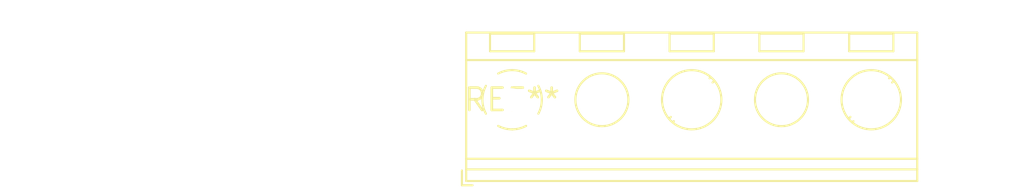
<source format=kicad_pcb>
(kicad_pcb (version 20240108) (generator pcbnew)
  (layers (0 "F.Cu" signal) (31 "B.Cu" signal) (34 "B.Paste" user) (35 "F.Paste" user) (36 "B.SilkS" user "B.Silkscreen") (37 "F.SilkS" user "F.Silkscreen") (38 "B.Mask" user) (39 "F.Mask" user) (44 "Edge.Cuts" user))
  (net 0 "")
  (footprint "TerminalBlock_RND_205-00242_1x03_P10.16mm_Horizontal" (layer "F.Cu") (at 0 0)
    (property "Reference" "REF**")
    (property "Value" "TerminalBlock_RND_205-00242_1x03_P10.16mm_Horizontal")
    (fp_line (start -2.84 4.01) (end -2.84 4.85) (layer "F.SilkS") (stroke (width 0.12)))
    (fp_line (start -2.84 4.85) (end -2.24 4.85) (layer "F.SilkS") (stroke (width 0.12)))
    (fp_line (start -2.6 -3.811) (end -2.6 4.61) (layer "F.SilkS") (stroke (width 0.12)))
    (fp_line (start -2.6 -3.811) (end 22.92 -3.811) (layer "F.SilkS") (stroke (width 0.12)))
    (fp_line (start -2.6 -2.251) (end 22.92 -2.251) (layer "F.SilkS") (stroke (width 0.12)))
    (fp_line (start -2.6 3.35) (end 22.92 3.35) (layer "F.SilkS") (stroke (width 0.12)))
    (fp_line (start -2.6 3.95) (end 22.92 3.95) (layer "F.SilkS") (stroke (width 0.12)))
    (fp_line (start -2.6 4.61) (end 22.92 4.61) (layer "F.SilkS") (stroke (width 0.12)))
    (fp_line (start -1.25 -3.751) (end -1.25 -2.751) (layer "F.SilkS") (stroke (width 0.12)))
    (fp_line (start -1.25 -3.751) (end 1.25 -3.751) (layer "F.SilkS") (stroke (width 0.12)))
    (fp_line (start -1.25 -2.751) (end 1.25 -2.751) (layer "F.SilkS") (stroke (width 0.12)))
    (fp_line (start 1.25 -3.751) (end 1.25 -2.751) (layer "F.SilkS") (stroke (width 0.12)))
    (fp_line (start 3.83 -3.751) (end 3.83 -2.751) (layer "F.SilkS") (stroke (width 0.12)))
    (fp_line (start 3.83 -3.751) (end 6.33 -3.751) (layer "F.SilkS") (stroke (width 0.12)))
    (fp_line (start 3.83 -2.751) (end 6.33 -2.751) (layer "F.SilkS") (stroke (width 0.12)))
    (fp_line (start 6.33 -3.751) (end 6.33 -2.751) (layer "F.SilkS") (stroke (width 0.12)))
    (fp_line (start 8.91 -3.751) (end 8.91 -2.751) (layer "F.SilkS") (stroke (width 0.12)))
    (fp_line (start 8.91 -3.751) (end 11.41 -3.751) (layer "F.SilkS") (stroke (width 0.12)))
    (fp_line (start 8.91 -2.751) (end 11.41 -2.751) (layer "F.SilkS") (stroke (width 0.12)))
    (fp_line (start 8.98 0.976) (end 8.886 1.069) (layer "F.SilkS") (stroke (width 0.12)))
    (fp_line (start 9.15 1.216) (end 9.091 1.274) (layer "F.SilkS") (stroke (width 0.12)))
    (fp_line (start 11.23 -1.275) (end 11.171 -1.216) (layer "F.SilkS") (stroke (width 0.12)))
    (fp_line (start 11.41 -3.751) (end 11.41 -2.751) (layer "F.SilkS") (stroke (width 0.12)))
    (fp_line (start 11.435 -1.069) (end 11.341 -0.976) (layer "F.SilkS") (stroke (width 0.12)))
    (fp_line (start 13.99 -3.751) (end 13.99 -2.751) (layer "F.SilkS") (stroke (width 0.12)))
    (fp_line (start 13.99 -3.751) (end 16.49 -3.751) (layer "F.SilkS") (stroke (width 0.12)))
    (fp_line (start 13.99 -2.751) (end 16.49 -2.751) (layer "F.SilkS") (stroke (width 0.12)))
    (fp_line (start 16.49 -3.751) (end 16.49 -2.751) (layer "F.SilkS") (stroke (width 0.12)))
    (fp_line (start 19.07 -3.751) (end 19.07 -2.751) (layer "F.SilkS") (stroke (width 0.12)))
    (fp_line (start 19.07 -3.751) (end 21.57 -3.751) (layer "F.SilkS") (stroke (width 0.12)))
    (fp_line (start 19.07 -2.751) (end 21.57 -2.751) (layer "F.SilkS") (stroke (width 0.12)))
    (fp_line (start 19.14 0.976) (end 19.046 1.069) (layer "F.SilkS") (stroke (width 0.12)))
    (fp_line (start 19.31 1.216) (end 19.251 1.274) (layer "F.SilkS") (stroke (width 0.12)))
    (fp_line (start 21.39 -1.275) (end 21.331 -1.216) (layer "F.SilkS") (stroke (width 0.12)))
    (fp_line (start 21.57 -3.751) (end 21.57 -2.751) (layer "F.SilkS") (stroke (width 0.12)))
    (fp_line (start 21.595 -1.069) (end 21.501 -0.976) (layer "F.SilkS") (stroke (width 0.12)))
    (fp_line (start 22.92 -3.811) (end 22.92 4.61) (layer "F.SilkS") (stroke (width 0.12)))
    (fp_arc (start -1.483953 0.789089) (mid -1.680708 5e-05) (end -1.484 -0.789) (layer "F.SilkS") (stroke (width 0.12)))
    (fp_arc (start -0.789089 -1.483953) (mid -5e-05 -1.680708) (end 0.789 -1.484) (layer "F.SilkS") (stroke (width 0.12)))
    (fp_arc (start 0.029383 1.68045) (mid -0.392304 1.634281) (end -0.789 1.484) (layer "F.SilkS") (stroke (width 0.12)))
    (fp_arc (start 0.788712 1.483352) (mid 0.406429 1.630097) (end 0 1.68) (layer "F.SilkS") (stroke (width 0.12)))
    (fp_arc (start 1.483953 -0.789089) (mid 1.680708 -5e-05) (end 1.484 0.789) (layer "F.SilkS") (stroke (width 0.12)))
    (fp_circle (center 5.08 0) (end 6.58 0) (layer "F.SilkS") (stroke (width 0.12)) (fill none))
    (fp_circle (center 10.16 0) (end 11.84 0) (layer "F.SilkS") (stroke (width 0.12)) (fill none))
    (fp_circle (center 15.24 0) (end 16.74 0) (layer "F.SilkS") (stroke (width 0.12)) (fill none))
    (fp_circle (center 20.32 0) (end 22 0) (layer "F.SilkS") (stroke (width 0.12)) (fill none))
    (pad "1" thru_hole rect (at 0 0) (size 2.5 2.5) (drill 1.3) (layers *.Cu *.Mask) (remove_unused_layers))
    (pad "2" thru_hole circle (at 10.16 0) (size 2.5 2.5) (drill 1.3) (layers *.Cu *.Mask) (remove_unused_layers))
    (pad "3" thru_hole circle (at 20.32 0) (size 2.5 2.5) (drill 1.3) (layers *.Cu *.Mask) (remove_unused_layers))
  )
)
</source>
